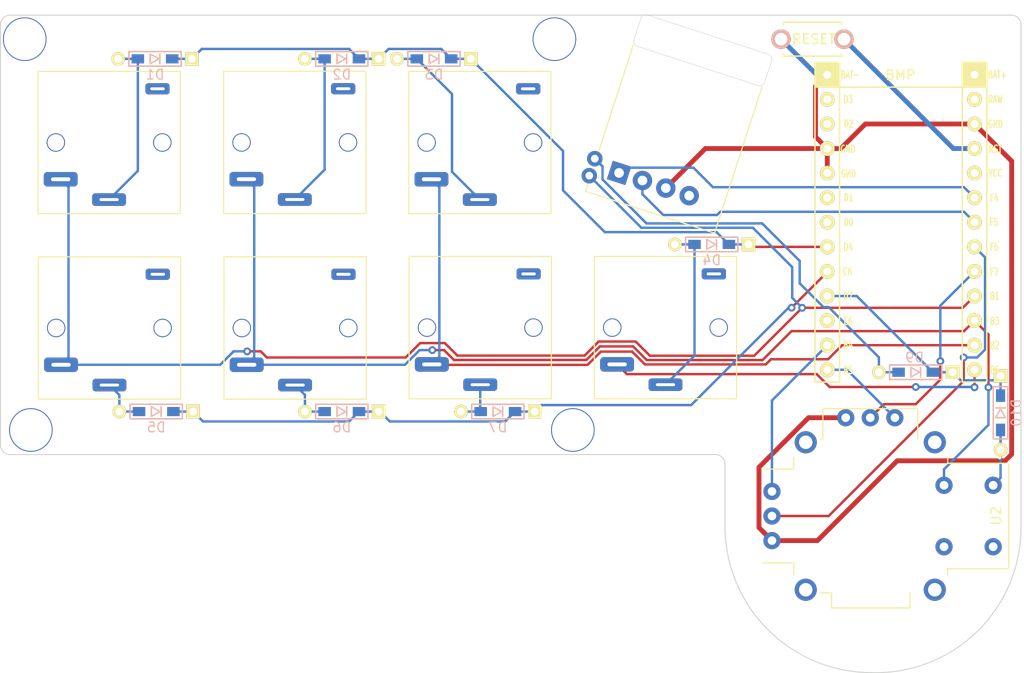
<source format=kicad_pcb>
(kicad_pcb (version 20240108) (generator "pcbnew") (generator_version "8.0")
  (layers (0 "F.Cu" signal) (31 "B.Cu" signal) (34 "B.Paste" user) (35 "F.Paste" user) (36 "B.SilkS" user "B.Silkscreen") (37 "F.SilkS" user "F.Silkscreen") (38 "B.Mask" user) (39 "F.Mask" user) (44 "Edge.Cuts" user))
  (net 0 "")
  (net 1 "Row0")
  (net 2 "Net-(D1-A)")
  (net 3 "Net-(D2-A)")
  (net 4 "Net-(D3-A)")
  (net 5 "Net-(D4-A)")
  (net 6 "Net-(D5-A)")
  (net 7 "Row1")
  (net 8 "Net-(D6-A)")
  (net 9 "Net-(D7-A)")
  (net 11 "Net-(D9-A)")
  (net 12 "Row2")
  (net 13 "Net-(D10-A)")
  (net 14 "GND")
  (net 15 "Col0")
  (net 16 "Col1")
  (net 17 "Col2")
  (net 18 "Col3")
  (net 19 "RE_A")
  (net 20 "RE_B")
  (net 22 "RE_H+")
  (net 24 "RE_V+")
  (net 25 "Reset")
  (net 30 "VCC")
  (net 31 "RE_V")
  (net 32 "RE_H")
  (footprint "kbd_SW:Choc_v1_v2" (layer "F.Cu") (at 80.613 73.152)
    (property "Reference" "SW2" (hide yes))
    (property "Value" "SW_Push" (hide yes))
    (pad "" np_thru_hole circle (at -5.5 0) (size 1.9 1.9) (drill 1.7) (layers "*.Cu" "*.Mask"))
    (pad "" np_thru_hole circle (at 0 0 90) (size 5 5) (drill 5) (layers "*.Cu" "*.Mask"))
    (pad "" thru_hole roundrect (at 5 -5.55) (size 2.5 1.15) (drill oval 1.5 0.3) (layers "*.Cu" "*.Mask"))
    (pad "" np_thru_hole circle (at 5.22 -4.2) (size 1 1) (drill 1) (layers "*.Cu" "*.Mask"))
    (pad "" np_thru_hole circle (at 5.5 0) (size 1.9 1.9) (drill 1.7) (layers "*.Cu" "*.Mask"))
    (pad "1" thru_hole roundrect (at -5 3.8) (size 3.5 1.5) (drill oval 2 0.4) (layers "*.Cu" "*.Mask") (net 16 "Col1"))
    (pad "2" thru_hole roundrect (at 0 5.9) (size 3.5 1.3) (drill oval 2 0.3) (layers "*.Cu" "*.Mask") (net 3 "Net-(D2-A)"))
  )
  (footprint "kbd_Parts:Diode_TH_SMD" (layer "F.Cu") (at 101.6 100.965 180)
    (property "Reference" "D7" (at 0 -1.63 0) (layer "B.SilkS") (effects (font (thickness 0.125)) (justify mirror)))
    (property "Value" "D" (hide yes))
    (pad "1" thru_hole rect (at -3.81 0 180) (size 1.397 1.397) (drill 0.8128) (layers "*.Cu" "*.Mask" "F.SilkS") (net 7 "Row1"))
    (pad "1" smd rect (at -1.775 0 180) (size 1.3 0.95) (layers "B.Cu" "B.Paste" "B.Mask") (net 7 "Row1"))
    (pad "2" smd rect (at 1.775 0 180) (size 1.3 0.95) (layers "B.Cu" "B.Paste" "B.Mask") (net 9 "Net-(D7-A)"))
    (pad "2" thru_hole circle (at 3.81 0 180) (size 1.397 1.397) (drill 0.8128) (layers "*.Cu" "*.Mask" "F.SilkS") (net 9 "Net-(D7-A)"))
  )
  (footprint "kbd_Parts:Diode_TH_SMD" (layer "F.Cu") (at 85.474 100.965 180)
    (property "Reference" "D6" (at 0 -1.63 0) (layer "B.SilkS") (effects (font (thickness 0.125)) (justify mirror)))
    (property "Value" "D" (hide yes))
    (pad "1" thru_hole rect (at -3.81 0 180) (size 1.397 1.397) (drill 0.8128) (layers "*.Cu" "*.Mask" "F.SilkS") (net 7 "Row1"))
    (pad "1" smd rect (at -1.775 0 180) (size 1.3 0.95) (layers "B.Cu" "B.Paste" "B.Mask") (net 7 "Row1"))
    (pad "2" smd rect (at 1.775 0 180) (size 1.3 0.95) (layers "B.Cu" "B.Paste" "B.Mask") (net 8 "Net-(D6-A)"))
    (pad "2" thru_hole circle (at 3.81 0 180) (size 1.397 1.397) (drill 0.8128) (layers "*.Cu" "*.Mask" "F.SilkS") (net 8 "Net-(D6-A)"))
  )
  (footprint "kbd_SW:Choc_v1_v2" (layer "F.Cu") (at 118.919 92.2882)
    (property "Reference" "SW4" (hide yes))
    (property "Value" "SW_Push" (hide yes))
    (pad "" np_thru_hole circle (at -5.5 0) (size 1.9 1.9) (drill 1.7) (layers "*.Cu" "*.Mask"))
    (pad "" np_thru_hole circle (at 0 0 90) (size 5 5) (drill 5) (layers "*.Cu" "*.Mask"))
    (pad "" thru_hole roundrect (at 5 -5.55) (size 2.5 1.15) (drill oval 1.5 0.3) (layers "*.Cu" "*.Mask"))
    (pad "" np_thru_hole circle (at 5.22 -4.2) (size 1 1) (drill 1) (layers "*.Cu" "*.Mask"))
    (pad "" np_thru_hole circle (at 5.5 0) (size 1.9 1.9) (drill 1.7) (layers "*.Cu" "*.Mask"))
    (pad "1" thru_hole roundrect (at -5 3.8) (size 3.5 1.5) (drill oval 2 0.4) (layers "*.Cu" "*.Mask") (net 18 "Col3"))
    (pad "2" thru_hole roundrect (at 0 5.9) (size 3.5 1.3) (drill oval 2 0.3) (layers "*.Cu" "*.Mask") (net 5 "Net-(D4-A)"))
  )
  (footprint "kbd_kicad_footprints-main:EVQWGD001" (layer "F.Cu") (at 122.682 72.644 72)
    (property "Reference" "SW9" (hide yes))
    (property "Value" "RotaryEncoder_Switch")
    (fp_line (start 6.9 -9.275) (end 6.9 3.875) (stroke (width 0.05)) (layer "Edge.Cuts"))
    (fp_line (start 9.775 -9.8) (end 7.425 -9.8) (stroke (width 0.05)) (layer "Edge.Cuts"))
    (fp_line (start 7.425 4.399999) (end 9.775 4.4) (stroke (width 0.05)) (layer "Edge.Cuts"))
    (fp_line (start 10.3 3.875) (end 10.299999 -9.275) (stroke (width 0.05)) (layer "Edge.Cuts"))
    (fp_arc (start 6.9 -9.275) (mid 7.053769 -9.646231) (end 7.425 -9.8) (stroke (width 0.05)) (layer "Edge.Cuts"))
    (fp_arc (start 9.775 -9.8) (mid 10.146232 -9.646231) (end 10.299999 -9.275) (stroke (width 0.05)) (layer "Edge.Cuts"))
    (fp_arc (start 7.425 4.399999) (mid 7.053769 4.246231) (end 6.9 3.875) (stroke (width 0.05)) (layer "Edge.Cuts"))
    (fp_arc (start 10.3 3.875) (mid 10.146231 4.24623) (end 9.775 4.4) (stroke (width 0.05)) (layer "Edge.Cuts"))
    (pad "" np_thru_hole circle (at -6.124999 3.1 72) (size 1.7 1.7) (drill 1.7) (layers "*.Cu" "*.Mask"))
    (pad "A" thru_hole rect (at -6.125 -7.01 72) (size 2 2) (drill 1) (layers "*.Cu" "*.Mask") (net 19 "RE_A"))
    (pad "B" thru_hole circle (at -6.125 -4.47 72) (size 2 2) (drill 1) (layers "*.Cu" "*.Mask") (net 20 "RE_B"))
    (pad "C" thru_hole circle (at -6.125 -1.93 72) (size 2 2) (drill 1) (layers "*.Cu" "*.Mask") (net 14 "GND"))
    (pad "D" thru_hole circle (at -6.125001 0.61 72) (size 2 2) (drill 1) (layers "*.Cu" "*.Mask"))
    (pad "S1" thru_hole circle (at -7.35 -9.85 72) (size 1.6 1.6) (drill 0.8) (layers "*.Cu" "*.Mask") (net 15 "Col0"))
    (pad "S2" thru_hole circle (at -5.5 -9.85 72) (size 1.6 1.6) (drill 0.8) (layers "*.Cu" "*.Mask") (net 11 "Net-(D9-A)"))
  )
  (footprint "kbd_Parts:Diode_TH_SMD" (layer "F.Cu") (at 66.17 64.516 180)
    (property "Reference" "D1" (at 0 -1.63 0) (layer "B.SilkS") (effects (font (thickness 0.125)) (justify mirror)))
    (property "Value" "D" (hide yes))
    (pad "1" thru_hole rect (at -3.81 0 180) (size 1.397 1.397) (drill 0.8128) (layers "*.Cu" "*.Mask" "F.SilkS") (net 1 "Row0"))
    (pad "1" smd rect (at -1.775 0 180) (size 1.3 0.95) (layers "B.Cu" "B.Paste" "B.Mask") (net 1 "Row0"))
    (pad "2" smd rect (at 1.775 0 180) (size 1.3 0.95) (layers "B.Cu" "B.Paste" "B.Mask") (net 2 "Net-(D1-A)"))
    (pad "2" thru_hole circle (at 3.81 0 180) (size 1.397 1.397) (drill 0.8128) (layers "*.Cu" "*.Mask" "F.SilkS") (net 2 "Net-(D1-A)"))
  )
  (footprint "COM-09032 CAD 3D Model:XDCR_COM-09032" (layer "F.Cu") (at 140.081 111.76 -90)
    (property "Reference" "U2" (at -0.0254 -13.0048 90) (layer "F.SilkS"))
    (property "Value" "COM-09032")
    (pad "B1A" thru_hole circle (at -3.175 -12.7 270) (size 1.778 1.778) (drill 0.9) (layers "*.Cu" "*.Mask") (net 13 "Net-(D10-A)"))
    (pad "B1B" thru_hole circle (at 3.175 -12.7 270) (size 1.778 1.778) (drill 0.9) (layers "*.Cu" "*.Mask"))
    (pad "B2A" thru_hole circle (at -3.175 -7.62 270) (size 1.778 1.778) (drill 0.9) (layers "*.Cu" "*.Mask") (net 16 "Col1"))
    (pad "B2B" thru_hole circle (at 3.175 -7.62 270) (size 1.778 1.778) (drill 0.9) (layers "*.Cu" "*.Mask"))
    (pad "H1" thru_hole circle (at -2.54 10.16 270) (size 1.778 1.778) (drill 0.889) (layers "*.Cu" "*.Mask") (net 22 "RE_H+"))
    (pad "H2" thru_hole circle (at 0 10.16 270) (size 1.778 1.778) (drill 0.889) (layers "*.Cu" "*.Mask") (net 32 "RE_H"))
    (pad "H3" thru_hole circle (at 2.54 10.16 270) (size 1.778 1.778) (drill 0.889) (layers "*.Cu" "*.Mask") (net 14 "GND"))
    (pad "S1" thru_hole circle (at -7.62 -6.6675 270) (size 2.286 2.286) (drill 1.397) (layers "*.Cu" "*.Mask"))
    (pad "S2" thru_hole circle (at -7.62 6.6675 270) (size 2.286 2.286) (drill 1.397) (layers "*.Cu" "*.Mask"))
    (pad "S3" thru_hole circle (at 7.62 6.6675 270) (size 2.286 2.286) (drill 1.397) (layers "*.Cu" "*.Mask"))
    (pad "S4" thru_hole circle (at 7.62 -6.6675 270) (size 2.286 2.286) (drill 1.397) (layers "*.Cu" "*.Mask"))
    (pad "V1" thru_hole circle (at -10.16 -2.54 270) (size 1.778 1.778) (drill 0.889) (layers "*.Cu" "*.Mask") (net 24 "RE_V+"))
    (pad "V2" thru_hole circle (at -10.16 0 270) (size 1.778 1.778) (drill 0.889) (layers "*.Cu" "*.Mask") (net 31 "RE_V"))
    (pad "V3" thru_hole circle (at -10.16 2.54 270) (size 1.778 1.778) (drill 0.889) (layers "*.Cu" "*.Mask") (net 14 "GND"))
  )
  (footprint "kbd_Hole:m2_Spacer_Hole" (layer "F.Cu") (at 109.347 102.87)
    (property "Reference" "Ref**")
    (property "Value" "Val**")
    (pad "" np_thru_hole circle (at 0 0) (size 4.5 4.5) (drill 4.3) (layers "*.Cu" "*.Mask"))
  )
  (footprint "kbd_Parts:Diode_TH_SMD" (layer "F.Cu") (at 94.996 64.516 180)
    (property "Reference" "D3" (at 0 -1.63 0) (layer "B.SilkS") (effects (font (thickness 0.125)) (justify mirror)))
    (property "Value" "D" (hide yes))
    (pad "1" thru_hole rect (at -3.81 0 180) (size 1.397 1.397) (drill 0.8128) (layers "*.Cu" "*.Mask" "F.SilkS") (net 1 "Row0"))
    (pad "1" smd rect (at -1.775 0 180) (size 1.3 0.95) (layers "B.Cu" "B.Paste" "B.Mask") (net 1 "Row0"))
    (pad "2" smd rect (at 1.775 0 180) (size 1.3 0.95) (layers "B.Cu" "B.Paste" "B.Mask") (net 4 "Net-(D3-A)"))
    (pad "2" thru_hole circle (at 3.81 0 180) (size 1.397 1.397) (drill 0.8128) (layers "*.Cu" "*.Mask" "F.SilkS") (net 4 "Net-(D3-A)"))
  )
  (footprint "kbd_Parts:Diode_TH_SMD" (layer "F.Cu") (at 123.695 83.693 180)
    (property "Reference" "D4" (at 0 -1.63 0) (layer "B.SilkS") (effects (font (thickness 0.125)) (justify mirror)))
    (property "Value" "D" (hide yes))
    (pad "1" thru_hole rect (at -3.81 0 180) (size 1.397 1.397) (drill 0.8128) (layers "*.Cu" "*.Mask" "F.SilkS") (net 1 "Row0"))
    (pad "1" smd rect (at -1.775 0 180) (size 1.3 0.95) (layers "B.Cu" "B.Paste" "B.Mask") (net 1 "Row0"))
    (pad "2" smd rect (at 1.775 0 180) (size 1.3 0.95) (layers "B.Cu" "B.Paste" "B.Mask") (net 5 "Net-(D4-A)"))
    (pad "2" thru_hole circle (at 3.81 0 180) (size 1.397 1.397) (drill 0.8128) (layers "*.Cu" "*.Mask" "F.SilkS") (net 5 "Net-(D4-A)"))
  )
  (footprint "kbd_SW:Choc_v1_v2" (layer "F.Cu") (at 61.455 92.329)
    (property "Reference" "SW5" (hide yes))
    (property "Value" "SW_Push" (hide yes))
    (pad "" np_thru_hole circle (at -5.5 0) (size 1.9 1.9) (drill 1.7) (layers "*.Cu" "*.Mask"))
    (pad "" np_thru_hole circle (at 0 0 90) (size 5 5) (drill 5) (layers "*.Cu" "*.Mask"))
    (pad "" thru_hole roundrect (at 5 -5.55) (size 2.5 1.15) (drill oval 1.5 0.3) (layers "*.Cu" "*.Mask"))
    (pad "" np_thru_hole circle (at 5.22 -4.2) (size 1 1) (drill 1) (layers "*.Cu" "*.Mask"))
    (pad "" np_thru_hole circle (at 5.5 0) (size 1.9 1.9) (drill 1.7) (layers "*.Cu" "*.Mask"))
    (pad "1" thru_hole roundrect (at -5 3.8) (size 3.5 1.5) (drill oval 2 0.4) (layers "*.Cu" "*.Mask") (net 15 "Col0"))
    (pad "2" thru_hole roundrect (at 0 5.9) (size 3.5 1.3) (drill oval 2 0.3) (layers "*.Cu" "*.Mask") (net 6 "Net-(D5-A)"))
  )
  (footprint "kbd_Parts:Micon_BMP_7sKB" (layer "F.Cu") (at 143.1996 83.185)
    (property "Reference" "U1" (hide yes))
    (property "Value" "Micon_BLEMicroPro" (hide yes))
    (fp_text user "" (at 1.2993 -16.256 0) (layer "B.SilkS") (effects (justify mirror)))
    (fp_text user "GND" (at -5.3682 -6.7945 0) (layer "F.SilkS") (effects (font (size 0.75 0.5) (thickness 0.125))))
    (fp_text user "E6" (at -5.4072 8.4455 0) (layer "F.SilkS") (effects (font (size 0.75 0.5) (thickness 0.125))))
    (fp_text user "GND" (at -5.4317 -9.3345 0) (layer "F.SilkS") (effects (font (size 0.75 0.5) (thickness 0.125))))
    (fp_text user "RST" (at 9.8083 -9.3345 0) (layer "F.SilkS") (effects (font (size 0.75 0.5) (thickness 0.125))))
    (fp_text user "D3" (at -5.4072 -14.478 0) (layer "F.SilkS") (effects (font (size 0.75 0.5) (thickness 0.125))))
    (fp_text user "BAT-" (at -5.2072 -17.018 0) (layer "F.SilkS") (effects (font (size 0.75 0.5) (thickness 0.125))))
    (fp_text user "D4" (at -5.4072 0.8 0) (layer "F.SilkS") (effects (font (size 0.75 0.5) (thickness 0.125))))
    (fp_text user "B5" (at -5.4072 13.5255 0) (layer "F.SilkS") (effects (font (size 0.75 0.5) (thickness 0.125))))
    (fp_text user "D1" (at -5.3682 -4.318 0) (layer "F.SilkS") (effects (font (size 0.75 0.5) (thickness 0.125))))
    (fp_text user "GND" (at 9.8083 -11.938 0) (layer "F.SilkS") (effects (font (size 0.75 0.5) (thickness 0.125))))
    (fp_text user "VCC" (at 9.8083 -6.858 0) (layer "F.SilkS") (effects (font (size 0.75 0.5) (thickness 0.125))))
    (fp_text user "F4" (at 9.6928 -4.3 0) (layer "F.SilkS") (effects (font (size 0.75 0.5) (thickness 0.125))))
    (fp_text user "RAW" (at 9.8083 -14.478 0) (layer "F.SilkS") (effects (font (size 0.75 0.5) (thickness 0.125))))
    (fp_text user "F7" (at 9.6928 3.35 0) (layer "F.SilkS") (effects (font (size 0.75 0.5) (thickness 0.125))))
    (fp_text user "B3" (at 9.7428 8.4455 0) (layer "F.SilkS") (effects (font (size 0.75 0.5) (thickness 0.125))))
    (fp_text user "BMP" (at 0 -17 0) (layer "F.SilkS"))
    (fp_text user "BAT+" (at 10.0083 -17.018 0) (layer "F.SilkS") (effects (font (size 0.75 0.5) (thickness 0.125))))
    (fp_text user "D2" (at -5.3572 -11.95 0) (layer "F.SilkS") (effects (font (size 0.75 0.5) (thickness 0.125))))
    (fp_text user "B4" (at -5.4072 10.922 0) (layer "F.SilkS") (effects (font (size 0.75 0.5) (thickness 0.125))))
    (fp_text user "B6" (at 9.7428 13.5 0) (layer "F.SilkS") (effects (font (size 0.75 0.5) (thickness 0.125))))
    (fp_text user "B2" (at 9.7428 10.95 0) (layer "F.SilkS") (effects (font (size 0.75 0.5) (thickness 0.125))))
    (fp_text user "B1" (at 9.7428 5.85 0) (layer "F.SilkS") (effects (font (size 0.75 0.5) (thickness 0.125))))
    (fp_text user "" (at 0.5928 -17.25 0) (layer "F.SilkS"))
    (fp_text user "F6" (at 9.6928 0.762 0) (layer "F.SilkS") (effects (font (size 0.75 0.5) (thickness 0.125))))
    (fp_text user "D0" (at -5.3682 -1.778 0) (layer "F.SilkS") (effects (font (size 0.75 0.5) (thickness 0.125))))
    (fp_text user "C6" (at -5.4572 3.302 0) (layer "F.SilkS") (effects (font (size 0.75 0.5) (thickness 0.125))))
    (fp_text user "D7" (at -5.4072 5.85 0) (layer "F.SilkS") (effects (font (size 0.75 0.5) (thickness 0.125))))
    (fp_text user "F5" (at 9.6428 -1.778 0) (layer "F.SilkS") (effects (font (size 0.75 0.5) (thickness 0.125))))
    (pad "1" thru_hole circle (at -7.5636 -14.478) (size 1.524 1.524) (drill 0.8128) (layers "*.Cu" "*.Mask" "F.SilkS"))
    (pad "2" thru_hole circle (at -7.5636 -11.938) (size 1.524 1.524) (drill 0.8128) (layers "*.Cu" "*.Mask" "F.SilkS"))
    (pad "3" thru_hole circle (at -7.5636 -9.398) (size 1.524 1.524) (drill 0.8128) (layers "*.Cu" "*.Mask" "F.SilkS") (net 14 "GND"))
    (pad "4" thru_hole circle (at -7.5636 -6.858) (size 1.524 1.524) (drill 0.8128) (layers "*.Cu" "*.Mask" "F.SilkS") (net 14 "GND"))
    (pad "5" thru_hole circle (at -7.5636 -4.318) (size 1.524 1.524) (drill 0.8128) (layers "*.Cu" "*.Mask" "F.SilkS"))
    (pad "6" thru_hole circle (at -7.5636 -1.778) (size 1.524 1.524) (drill 0.8128) (layers "*.Cu" "*.Mask" "F.SilkS"))
    (pad "7" thru_hole circle (at -7.5636 0.762) (size 1.524 1.524) (drill 0.8128) (layers "*.Cu" "*.Mask" "F.SilkS") (net 1 "Row0"))
    (pad "8" thru_hole circle (at -7.5636 3.302) (size 1.524 1.524) (drill 0.8128) (layers "*.Cu" "*.Mask" "F.SilkS") (net 7 "Row1"))
    (pad "9" thru_hole circle (at -7.5636 5.842) (size 1.524 1.524) (drill 0.8128) (layers "*.Cu" "*.Mask" "F.SilkS") (net 12 "Row2"))
    (pad "10" thru_hole circle (at -7.5636 8.382) (size 1.524 1.524) (drill 0.8128) (layers "*.Cu" "*.Mask" "F.SilkS"))
    (pad "11" thru_hole circle (at -7.5636 10.922) (size 1.524 1.524) (drill 0.8128) (layers "*.Cu" "*.Mask" "F.SilkS") (net 22 "RE_H+"))
    (pad "12" thru_hole circle (at -7.5636 13.462) (size 1.524 1.524) (drill 0.8128) (layers "*.Cu" "*.Mask" "F.SilkS") (net 24 "RE_V+"))
    (pad "13" thru_hole circle (at 7.6564 13.462) (size 1.524 1.524) (drill 0.8128) (layers "*.Cu" "*.Mask" "F.SilkS") (net 18 "Col3"))
    (pad "14" thru_hole circle (at 7.6564 10.922) (size 1.524 1.524) (drill 0.8128) (layers "*.Cu" "*.Mask" "F.SilkS") (net 17 "Col2"))
    (pad "15" thru_hole circle (at 7.6564 8.382) (size 1.524 1.524) (drill 0.8128) (layers "*.Cu" "*.Mask" "F.SilkS") (net 16 "Col1"))
    (pad "16" thru_hole circle (at 7.6564 5.842) (size 1.524 1.524) (drill 0.8128) (layers "*.Cu" "*.Mask" "F.SilkS") (net 15 "Col0"))
    (pad "17" thru_hole circle (at 7.6564 3.302) (size 1.524 1.524) (drill 0.8128) (layers "*.Cu" "*.Mask" "F.SilkS") (net 31 "RE_V"))
    (pad "18" thru_hole circle (at 7.6564 0.762) (size 1.524 1.524) (drill 0.8128) (layers "*.Cu" "*.Mask" "F.SilkS") (net 32 "RE_H"))
    (pad "19" thru_hole circle (at 7.6564 -1.778) (size 1.524 1.524) (drill 0.8128) (layers "*.Cu" "*.Mask" "F.SilkS") (net 20 "RE_B"))
    (pad "20" thru_hole circle (at 7.6564 -4.318) (size 1.524 1.524) (drill 0.8128) (layers "*.Cu" "*.Mask" "F.SilkS") (net 19 "RE_A"))
    (pad "21" thru_hole circle (at 7.6564 -6.858) (size 1.524 1.524) (drill 0.8128) (layers "*.Cu" "*.Mask" "F.SilkS") (net 30 "VCC"))
    (pad "22" thru_hole circle (at 7.6564 -9.398) (size 1.524 1.524) (drill 0.8128) (layers "*.Cu" "*.Mask" "F.SilkS") (net 25 "Reset"))
    (pad "23" thru_hole circle (at 7.6564 -11.938) (size 1.524 1.524) (drill 0.8128) (layers "*.Cu" "*.Mask" "F.SilkS") (net 14 "GND"))
    (pad "24" thru_hole circle (at 7.6564 -14.478) (size 1.524 1.524) (drill 0.8128) (layers "*.Cu" "*.Mask" "F.SilkS"))
    (pad "25" thru_hole circle (at 7.6564 -17.018) (size 1.524 1.524) (drill 0.8128) (layers "*.Cu" "*.Mask" "F.SilkS"))
    (pad "26" thru_hole circle (at -7.5636 -17.018) (size 1.524 1.524) (drill 0.8128) (layers "*.Cu" "*.Mask" "F.SilkS") (net 14 "GND"))
  )
  (footprint "kbd_SW:Choc_v1_v2" (layer "F.Cu") (at 80.645 92.329)
    (property "Reference" "SW6" (hide yes))
    (property "Value" "SW_Push" (hide yes))
    (pad "" np_thru_hole circle (at -5.5 0) (size 1.9 1.9) (drill 1.7) (layers "*.Cu" "*.Mask"))
    (pad "" np_thru_hole circle (at 0 0 90) (size 5 5) (drill 5) (layers "*.Cu" "*.Mask"))
    (pad "" thru_hole roundrect (at 5 -5.55) (size 2.5 1.15) (drill oval 1.5 0.3) (layers "*.Cu" "*.Mask"))
    (pad "" np_thru_hole circle (at 5.22 -4.2) (size 1 1) (drill 1) (layers "*.Cu" "*.Mask"))
    (pad "" np_thru_hole circle (at 5.5 0) (size 1.9 1.9) (drill 1.7) (layers "*.Cu" "*.Mask"))
    (pad "1" thru_hole roundrect (at -5 3.8) (size 3.5 1.5) (drill oval 2 0.4) (layers "*.Cu" "*.Mask") (net 16 "Col1"))
    (pad "2" thru_hole roundrect (at 0 5.9) (size 3.5 1.3) (drill oval 2 0.3) (layers "*.Cu" "*.Mask") (net 8 "Net-(D6-A)"))
  )
  (footprint "kbd_Parts:Diode_TH_SMD" (layer "F.Cu") (at 85.471 64.516 180)
    (property "Reference" "D2" (at 0 -1.63 0) (layer "B.SilkS") (effects (font (thickness 0.125)) (justify mirror)))
    (property "Value" "D" (hide yes))
    (pad "1" thru_hole rect (at -3.81 0 180) (size 1.397 1.397) (drill 0.8128) (layers "*.Cu" "*.Mask" "F.SilkS") (net 1 "Row0"))
    (pad "1" smd rect (at -1.775 0 180) (size 1.3 0.95) (layers "B.Cu" "B.Paste" "B.Mask") (net 1 "Row0"))
    (pad "2" smd rect (at 1.775 0 180) (size 1.3 0.95) (layers "B.Cu" "B.Paste" "B.Mask") (net 3 "Net-(D2-A)"))
    (pad "2" thru_hole circle (at 3.81 0 180) (size 1.397 1.397) (drill 0.8128) (layers "*.Cu" "*.Mask" "F.SilkS") (net 3 "Net-(D2-A)"))
  )
  (footprint "kbd_SW:Choc_v1_v2" (layer "F.Cu") (at 61.424 73.161)
    (property "Reference" "SW1" (hide yes))
    (property "Value" "SW_Push" (hide yes))
    (pad "" np_thru_hole circle (at -5.5 0) (size 1.9 1.9) (drill 1.7) (layers "*.Cu" "*.Mask"))
    (pad "" np_thru_hole circle (at 0 0 90) (size 5 5) (drill 5) (layers "*.Cu" "*.Mask"))
    (pad "" thru_hole roundrect (at 5 -5.55) (size 2.5 1.15) (drill oval 1.5 0.3) (layers "*.Cu" "*.Mask"))
    (pad "" np_thru_hole circle (at 5.22 -4.2) (size 1 1) (drill 1) (layers "*.Cu" "*.Mask"))
    (pad "" np_thru_hole circle (at 5.5 0) (size 1.9 1.9) (drill 1.7) (layers "*.Cu" "*.Mask"))
    (pad "1" thru_hole roundrect (at -5 3.8) (size 3.5 1.5) (drill oval 2 0.4) (layers "*.Cu" "*.Mask") (net 15 "Col0"))
    (pad "2" thru_hole roundrect (at 0 5.9) (size 3.5 1.3) (drill oval 2 0.3) (layers "*.Cu" "*.Mask") (net 2 "Net-(D1-A)"))
  )
  (footprint "kbd_SW:Choc_v1_v2" (layer "F.Cu") (at 99.734 73.161)
    (property "Reference" "SW3" (hide yes))
    (property "Value" "SW_Push" (hide yes))
    (pad "" np_thru_hole circle (at -5.5 0) (size 1.9 1.9) (drill 1.7) (layers "*.Cu" "*.Mask"))
    (pad "" np_thru_hole circle (at 0 0 90) (size 5 5) (drill 5) (layers "*.Cu" "*.Mask"))
    (pad "" thru_hole roundrect (at 5 -5.55) (size 2.5 1.15) (drill oval 1.5 0.3) (layers "*.Cu" "*.Mask"))
    (pad "" np_thru_hole circle (at 5.22 -4.2) (size 1 1) (drill 1) (layers "*.Cu" "*.Mask"))
    (pad "" np_thru_hole circle (at 5.5 0) (size 1.9 1.9) (drill 1.7) (layers "*.Cu" "*.Mask"))
    (pad "1" thru_hole roundrect (at -5 3.8) (size 3.5 1.5) (drill oval 2 0.4) (layers "*.Cu" "*.Mask") (net 17 "Col2"))
    (pad "2" thru_hole roundrect (at 0 5.9) (size 3.5 1.3) (drill oval 2 0.3) (layers "*.Cu" "*.Mask") (net 4 "Net-(D3-A)"))
  )
  (footprint "kbd_Hole:m2_Spacer_Hole" (layer "F.Cu") (at 53.34 102.87)
    (property "Reference" "Ref**")
    (property "Value" "Val**")
    (pad "" np_thru_hole circle (at 0 0) (size 4.5 4.5) (drill 4.3) (layers "*.Cu" "*.Mask"))
  )
  (footprint "kbd_Parts:Diode_TH_SMD" (layer "F.Cu") (at 144.78 96.901 180)
    (property "Reference" "D9" (at 0.124 1.524 0) (layer "B.SilkS") (effects (font (thickness 0.125)) (justify mirror)))
    (property "Value" "D" (hide yes))
    (pad "1" thru_hole rect (at -3.81 0 180) (size 1.397 1.397) (drill 0.8128) (layers "*.Cu" "*.Mask" "F.SilkS") (net 12 "Row2"))
    (pad "1" smd rect (at -1.775 0 180) (size 1.3 0.95) (layers "B.Cu" "B.Paste" "B.Mask") (net 12 "Row2"))
    (pad "2" smd rect (at 1.775 0 180) (size 1.3 0.95) (layers "B.Cu" "B.Paste" "B.Mask") (net 11 "Net-(D9-A)"))
    (pad "2" thru_hole circle (at 3.81 0 180) (size 1.397 1.397) (drill 0.8128) (layers "*.Cu" "*.Mask" "F.SilkS") (net 11 "Net-(D9-A)"))
  )
  (footprint "kbd_SW:Choc_v1_v2" (layer "F.Cu") (at 99.775 92.291)
    (property "Reference" "SW7" (hide yes))
    (property "Value" "SW_Push" (hide yes))
    (pad "" np_thru_hole circle (at -5.5 0) (size 1.9 1.9) (drill 1.7) (layers "*.Cu" "*.Mask"))
    (pad "" np_thru_hole circle (at 0 0 90) (size 5 5) (drill 5) (layers "*.Cu" "*.Mask"))
    (pad "" thru_hole roundrect (at 5 -5.55) (size 2.5 1.15) (drill oval 1.5 0.3) (layers "*.Cu" "*.Mask"))
    (pad "" np_thru_hole circle (at 5.22 -4.2) (size 1 1) (drill 1) (layers "*.Cu" "*.Mask"))
    (pad "" np_thru_hole circle (at 5.5 0) (size 1.9 1.9) (drill 1.7) (layers "*.Cu" "*.Mask"))
    (pad "1" thru_hole roundrect (at -5 3.8) (size 3.5 1.5) (drill oval 2 0.4) (layers "*.Cu" "*.Mask") (net 17 "Col2"))
    (pad "2" thru_hole roundrect (at 0 5.9) (size 3.5 1.3) (drill oval 2 0.3) (layers "*.Cu" "*.Mask") (net 9 "Net-(D7-A)"))
  )
  (footprint "kbd_Hole:m2_Spacer_Hole" (layer "F.Cu") (at 52.705 62.484)
    (property "Reference" "Ref**")
    (property "Value" "Val**")
    (pad "" np_thru_hole circle (at 0 0) (size 4.5 4.5) (drill 4.3) (layers "*.Cu" "*.Mask"))
  )
  (footprint "kbd_Parts:Diode_TH_SMD" (layer "F.Cu") (at 66.294 100.965 180)
    (property "Reference" "D5" (at 0 -1.63 0) (layer "B.SilkS") (effects (font (thickness 0.125)) (justify mirror)))
    (property "Value" "D" (hide yes))
    (pad "1" thru_hole rect (at -3.81 0 180) (size 1.397 1.397) (drill 0.8128) (layers "*.Cu" "*.Mask" "F.SilkS") (net 7 "Row1"))
    (pad "1" smd rect (at -1.775 0 180) (size 1.3 0.95) (layers "B.Cu" "B.Paste" "B.Mask") (net 7 "Row1"))
    (pad "2" smd rect (at 1.775 0 180) (size 1.3 0.95) (layers "B.Cu" "B.Paste" "B.Mask") (net 6 "Net-(D5-A)"))
    (pad "2" thru_hole circle (at 3.81 0 180) (size 1.397 1.397) (drill 0.8128) (layers "*.Cu" "*.Mask" "F.SilkS") (net 6 "Net-(D5-A)"))
  )
  (footprint "kbd_Parts:Diode_TH_SMD" (layer "F.Cu") (at 153.543 101.092 -90)
    (property "Reference" "D10" (at 0 -1.63 90) (layer "B.SilkS") (effects (font (thickness 0.125)) (justify mirror)))
    (property "Value" "D" (hide yes))
    (pad "1" thru_hole rect (at -3.81 0 270) (size 1.397 1.397) (drill 0.8128) (layers "*.Cu" "*.Mask" "F.SilkS") (net 12 "Row2"))
    (pad "1" smd rect (at -1.775 0 270) (size 1.3 0.95) (layers "B.Cu" "B.Paste" "B.Mask") (net 12 "Row2"))
    (pad "2" smd rect (at 1.775 0 270) (size 1.3 0.95) (layers "B.Cu" "B.Paste" "B.Mask") (net 13 "Net-(D10-A)"))
    (pad "2" thru_hole circle (at 3.81 0 270) (size 1.397 1.397) (drill 0.8128) (layers "*.Cu" "*.Mask" "F.SilkS") (net 13 "Net-(D10-A)"))
  )
  (footprint "kbd_Hole:m2_Spacer_Hole" (layer "F.Cu") (at 107.442 62.484)
    (property "Reference" "Ref**")
    (property "Value" "Val**")
    (pad "" np_thru_hole circle (at 0 0) (size 4.5 4.5) (drill 4.3) (layers "*.Cu" "*.Mask"))
  )
  (footprint "kbd_Parts:ResetSW" (layer "B.Cu") (at 134.112 62.484)
    (property "Reference" "SW8" (hide yes))
    (property "Value" "SW_Push")
    (fp_text user "RESET" (at 0.127 0 0) (layer "F.SilkS"))
    (pad "1" thru_hole circle (at 3.25 0) (size 2 2) (drill 1.3) (layers "*.Cu" "*.Mask" "B.SilkS") (net 25 "Reset"))
    (pad "2" thru_hole circle (at -3.25 0) (size 2 2) (drill 1.3) (layers "*.Cu" "*.Mask" "B.SilkS") (net 14 "GND"))
  )
  (gr_arc (start 51.200001 105.41) (mid 50.492894 105.117107) (end 50.200001 104.41) (stroke (width 0.1)) (layer "Edge.Cuts"))
  (gr_arc (start 155.658327 112.953764) (mid 151.102958 123.714782) (end 140.208 127.9398) (stroke (width 0.1)) (layer "Edge.Cuts"))
  (gr_line (start 50.200001 104.41) (end 50.200001 61.000001) (stroke (width 0.1)) (layer "Edge.Cuts"))
  (gr_line (start 51.200001 60.000001) (end 154.659999 60.000001) (stroke (width 0.1)) (layer "Edge.Cuts"))
  (gr_arc (start 154.659999 60.000001) (mid 155.367106 60.292894) (end 155.659999 61.000001) (stroke (width 0.1)) (layer "Edge.Cuts"))
  (gr_arc (start 124.07 105.410001) (mid 124.777107 105.702894) (end 125.07 106.410001) (stroke (width 0.1)) (layer "Edge.Cuts"))
  (gr_line (start 124.07 105.410001) (end 51.200001 105.41) (stroke (width 0.1)) (layer "Edge.Cuts"))
  (gr_arc (start 140.208 127.9398) (mid 129.503494 123.503548) (end 125.069861 112.797958) (stroke (width 0.1)) (layer "Edge.Cuts"))
  (gr_line (start 155.659999 61.000001) (end 155.659092 112.953764) (stroke (width 0.1)) (layer "Edge.Cuts"))
  (gr_line (start 125.069861 112.797958) (end 125.07 106.410001) (stroke (width 0.1)) (layer "Edge.Cuts"))
  (gr_arc (start 50.200001 61.000001) (mid 50.492894 60.292894) (end 51.200001 60.000001) (stroke (width 0.1)) (layer "Edge.Cuts"))
  (segment (start 135.636 83.947) (end 127.759 83.947) (width 0.25) (layer "F.Cu") (net 1))
  (segment (start 127.759 83.947) (end 127.505 83.693) (width 0.25) (layer "F.Cu") (net 1))
  (segment (start 108.331 74.041) (end 98.806 64.516) (width 0.25) (layer "B.Cu") (net 1))
  (segment (start 125.47 83.693) (end 124.2 82.423) (width 0.25) (layer "B.Cu") (net 1))
  (segment (start 69.98 64.516) (end 67.945 64.516) (width 0.25) (layer "B.Cu") (net 1))
  (segment (start 96.771 64.516) (end 98.806 64.516) (width 0.25) (layer "B.Cu") (net 1))
  (segment (start 89.281 64.516) (end 90.3045 63.4925) (width 0.25) (layer "B.Cu") (net 1))
  (segment (start 87.246 64.516) (end 89.281 64.516) (width 0.25) (layer "B.Cu") (net 1))
  (segment (start 125.47 83.693) (end 127.505 83.693) (width 0.25) (layer "B.Cu") (net 1))
  (segment (start 124.2 82.423) (end 112.649 82.423) (width 0.25) (layer "B.Cu") (net 1))
  (segment (start 95.7475 63.4925) (end 96.771 64.516) (width 0.25) (layer "B.Cu") (net 1))
  (segment (start 112.649 82.423) (end 108.331 78.105) (width 0.25) (layer "B.Cu") (net 1))
  (segment (start 86.2225 63.4925) (end 87.246 64.516) (width 0.25) (layer "B.Cu") (net 1))
  (segment (start 71.0035 63.4925) (end 86.2225 63.4925) (width 0.25) (layer "B.Cu") (net 1))
  (segment (start 69.98 64.516) (end 71.0035 63.4925) (width 0.25) (layer "B.Cu") (net 1))
  (segment (start 108.331 78.105) (end 108.331 74.041) (width 0.25) (layer "B.Cu") (net 1))
  (segment (start 90.3045 63.4925) (end 95.7475 63.4925) (width 0.25) (layer "B.Cu") (net 1))
  (segment (start 64.395 76.09) (end 61.424 79.061) (width 0.25) (layer "B.Cu") (net 2))
  (segment (start 64.395 64.516) (end 62.36 64.516) (width 0.25) (layer "B.Cu") (net 2))
  (segment (start 64.395 64.516) (end 64.395 76.09) (width 0.25) (layer "B.Cu") (net 2))
  (segment (start 81.661 64.516) (end 83.696 64.516) (width 0.25) (layer "B.Cu") (net 3))
  (segment (start 83.696 75.969) (end 80.613 79.052) (width 0.25) (layer "B.Cu") (net 3))
  (segment (start 83.696 64.516) (end 83.696 75.969) (width 0.25) (layer "B.Cu") (net 3))
  (segment (start 96.859 76.186) (end 99.734 79.061) (width 0.25) (layer "B.Cu") (net 4))
  (segment (start 93.221 64.516) (end 96.859 68.154) (width 0.25) (layer "B.Cu") (net 4))
  (segment (start 91.186 64.516) (end 93.221 64.516) (width 0.25) (layer "B.Cu") (net 4))
  (segment (start 96.859 68.154) (end 96.859 76.186) (width 0.25) (layer "B.Cu") (net 4))
  (segment (start 119.885 83.693) (end 121.92 83.693) (width 0.25) (layer "B.Cu") (net 5))
  (segment (start 121.92 95.1872) (end 121.794 95.3132) (width 0.25) (layer "B.Cu") (net 5))
  (segment (start 121.92 83.693) (end 121.92 95.1872) (width 0.25) (layer "B.Cu") (net 5))
  (segment (start 121.794 95.3132) (end 118.919 98.1882) (width 0.25) (layer "B.Cu") (net 5))
  (segment (start 61.455 98.229) (end 62.484 99.258) (width 0.25) (layer "B.Cu") (net 6))
  (segment (start 62.484 99.258) (end 62.484 100.965) (width 0.25) (layer "B.Cu") (net 6))
  (segment (start 64.519 100.965) (end 62.484 100.965) (width 0.25) (layer "B.Cu") (net 6))
  (segment (start 62.23 100.838) (end 62.36 100.838) (width 0.25) (layer "B.Cu") (net 6))
  (segment (start 131.953 90.2335) (end 135.6995 86.487) (width 0.25) (layer "F.Cu") (net 7))
  (via (at 131.953 90.2335) (size 0.8) (drill 0.4) (layers "F.Cu" "B.Cu") (net 7))
  (segment (start 105.41 100.965) (end 106.08 100.295) (width 0.25) (layer "B.Cu") (net 7))
  (segment (start 106.08 100.295) (end 121.574 100.295) (width 0.25) (layer "B.Cu") (net 7))
  (segment (start 90.4315 101.9885) (end 102.3515 101.9885) (width 0.25) (layer "B.Cu") (net 7))
  (segment (start 70.104 100.965) (end 71.1275 101.9885) (width 0.25) (layer "B.Cu") (net 7))
  (segment (start 71.1275 101.9885) (end 86.2255 101.9885) (width 0.25) (layer "B.Cu") (net 7))
  (segment (start 131.6355 90.2335) (end 122.6185 99.2505) (width 0.25) (layer "B.Cu") (net 7))
  (segment (start 68.069 100.965) (end 70.104 100.965) (width 0.25) (layer "B.Cu") (net 7))
  (segment (start 102.3515 101.9885) (end 103.375 100.965) (width 0.25) (layer "B.Cu") (net 7))
  (segment (start 103.375 100.965) (end 105.41 100.965) (width 0.25) (layer "B.Cu") (net 7))
  (segment (start 86.2255 101.9885) (end 87.249 100.965) (width 0.25) (layer "B.Cu") (net 7))
  (segment (start 131.8895 90.2335) (end 131.6355 90.2335) (width 0.25) (layer "B.Cu") (net 7))
  (segment (start 89.284 100.965) (end 87.249 100.965) (width 0.25) (layer "B.Cu") (net 7))
  (segment (start 121.574 100.295) (end 122.6185 99.2505) (width 0.25) (layer "B.Cu") (net 7))
  (segment (start 89.284 100.965) (end 89.408 100.965) (width 0.25) (layer "B.Cu") (net 7))
  (segment (start 89.408 100.965) (end 90.4315 101.9885) (width 0.25) (layer "B.Cu") (net 7))
  (segment (start 80.645 98.229) (end 81.664 99.248) (width 0.25) (layer "B.Cu") (net 8))
  (segment (start 81.664 99.248) (end 81.664 100.965) (width 0.25) (layer "B.Cu") (net 8))
  (segment (start 81.664 100.965) (end 83.699 100.965) (width 0.25) (layer "B.Cu") (net 8))
  (segment (start 99.775 100.915) (end 99.825 100.965) (width 0.25) (layer "B.Cu") (net 9))
  (segment (start 99.775 98.191) (end 99.775 100.915) (width 0.25) (layer "B.Cu") (net 9))
  (segment (start 97.79 100.965) (end 99.825 100.965) (width 0.25) (layer "B.Cu") (net 9))
  (segment (start 135.776251 90.17) (end 135.241749 90.17) (width 0.25) (layer "B.Cu") (net 11))
  (segment (start 140.97 95.363749) (end 135.776251 90.17) (width 0.25) (layer "B.Cu") (net 11))
  (segment (start 112.414499 76.981499) (end 112.414499 75.630992) (width 0.25) (layer "B.Cu") (net 11))
  (segment (start 128.911218 81.523) (end 116.956 81.523) (width 0.25) (layer "B.Cu") (net 11))
  (segment (start 116.956 81.523) (end 112.414499 76.981499) (width 0.25) (layer "B.Cu") (net 11))
  (segment (start 132.787109 87.71536) (end 132.787109 85.398891) (width 0.25) (layer "B.Cu") (net 11))
  (segment (start 140.97 96.901) (end 140.97 95.363749) (width 0.25) (layer "B.Cu") (net 11))
  (segment (start 135.241749 90.17) (end 132.787109 87.71536) (width 0.25) (layer "B.Cu") (net 11))
  (segment (start 143.005 96.901) (end 140.97 96.901) (width 0.25) (layer "B.Cu") (net 11))
  (segment (start 132.787109 85.398891) (end 128.911218 81.523) (width 0.25) (layer "B.Cu") (net 11))
  (segment (start 112.414499 75.630992) (end 111.6145 74.830993) (width 0.25) (layer "B.Cu") (net 11))
  (segment (start 135.001 89.027) (end 135.529 89.027) (width 0.25) (layer "F.Cu") (net 12))
  (segment (start 149.423 97.734) (end 153.091 97.734) (width 0.25) (layer "B.Cu") (net 12))
  (segment (start 148.59 96.901) (end 149.423 97.734) (width 0.25) (layer "B.Cu") (net 12))
  (segment (start 135.092745 89.21) (end 136.073 89.21) (width 0.25) (layer "B.Cu") (net 12))
  (segment (start 153.543 97.282) (end 153.543 99.317) (width 0.25) (layer "B.Cu") (net 12))
  (segment (start 138.681 89.027) (end 146.555 96.901) (width 0.25) (layer "B.Cu") (net 12))
  (segment (start 135.636 89.027) (end 138.681 89.027) (width 0.25) (layer "B.Cu") (net 12))
  (segment (start 153.091 97.734) (end 153.543 97.282) (width 0.25) (layer "B.Cu") (net 12))
  (segment (start 146.555 96.901) (end 148.59 96.901) (width 0.25) (layer "B.Cu") (net 12))
  (segment (start 153.543 102.867) (end 153.543 104.902) (width 0.25) (layer "B.Cu") (net 13))
  (segment (start 153.543 104.902) (end 153.543 107.823) (width 0.25) (layer "B.Cu") (net 13))
  (segment (start 153.543 107.823) (end 152.781 108.585) (width 0.25) (layer "B.Cu") (net 13))
  (segment (start 135.636 73.787) (end 135.636 76.327) (width 0.5) (layer "F.Cu") (net 14))
  (segment (start 137.033 73.787) (end 139.573 71.247) (width 0.5) (layer "F.Cu") (net 14))
  (segment (start 134.62 114.3) (end 129.921 114.3) (width 0.5) (layer "F.Cu") (net 14))
  (segment (start 135.636 73.787) (end 137.033 73.787) (width 0.5) (layer "F.Cu") (net 14))
  (segment (start 142.8695 106.0505) (end 134.62 114.3) (width 0.5) (layer "F.Cu") (net 14))
  (segment (start 128.582 112.961) (end 128.582 106.718657) (width 0.5) (layer "F.Cu") (net 14))
  (segment (start 154.6915 105.377725) (end 154.018725 106.0505) (width 0.5) (layer "F.Cu") (net 14))
  (segment (start 135.636 66.167) (end 134.424 67.379) (width 0.5) (layer "F.Cu") (net 14))
  (segment (start 154.6915 75.0825) (end 154.6915 105.377725) (width 0.5) (layer "F.Cu") (net 14))
  (segment (start 133.700657 101.6) (end 137.541 101.6) (width 0.5) (layer "F.Cu") (net 14))
  (segment (start 123.03955 73.787) (end 135.636 73.787) (width 0.5) (layer "F.Cu") (net 14))
  (segment (start 134.424 72.575) (end 135.636 73.787) (width 0.5) (layer "F.Cu") (net 14))
  (segment (start 118.953732 77.872818) (end 123.03955 73.787) (width 0.5) (layer "F.Cu") (net 14))
  (segment (start 128.582 106.718657) (end 133.700657 101.6) (width 0.5) (layer "F.Cu") (net 14))
  (segment (start 150.856 71.247) (end 154.6915 75.0825) (width 0.5) (layer "F.Cu") (net 14))
  (segment (start 129.921 114.3) (end 128.582 112.961) (width 0.5) (layer "F.Cu") (net 14))
  (segment (start 139.573 71.247) (end 150.856 71.247) (width 0.5) (layer "F.Cu") (net 14))
  (segment (start 134.424 67.379) (end 134.424 72.575) (width 0.5) (layer "F.Cu") (net 14))
  (segment (start 154.018725 106.0505) (end 142.8695 106.0505) (width 0.5) (layer "F.Cu") (net 14))
  (segment (start 134.545 66.167) (end 135.636 66.167) (width 0.5) (layer "B.Cu") (net 14))
  (segment (start 130.862 62.484) (end 134.545 66.167) (width 0.5) (layer "B.Cu") (net 14))
  (segment (start 117.303219 95.194219) (end 128.091781 95.194219) (width 0.25) (layer "F.Cu") (net 15))
  (segment (start 77.089 94.742) (end 77.724 95.377) (width 0.25) (layer "F.Cu") (net 15))
  (segment (start 128.091781 95.194219) (end 133.0425 90.2435) (width 0.25) (layer "F.Cu") (net 15))
  (segment (start 149.6395 90.2435) (end 150.856 89.027) (width 0.25) (layer "F.Cu") (net 15))
  (segment (start 112.012604 93.726) (end 115.835 93.726) (width 0.25) (layer "F.Cu") (net 15))
  (segment (start 97.409 95.181) (end 110.557604 95.181) (width 0.25) (layer "F.Cu") (net 15))
  (segment (start 115.835 93.726) (end 117.303219 95.194219) (width 0.25) (layer "F.Cu") (net 15))
  (segment (start 110.557604 95.181) (end 112.012604 93.726) (width 0.25) (layer "F.Cu") (net 15))
  (segment (start 96.118 93.89) (end 97.409 95.181) (width 0.25) (layer "F.Cu") (net 15))
  (segment (start 92.075 95.377) (end 93.562 93.89) (width 0.25) (layer "F.Cu") (net 15))
  (segment (start 77.724 95.377) (end 92.075 95.377) (width 0.25) (layer "F.Cu") (net 15))
  (segment (start 133.0425 90.2435) (end 149.6395 90.2435) (width 0.25) (layer "F.Cu") (net 15))
  (segment (start 75.692 94.742) (end 77.089 94.742) (width 0.25) (layer "F.Cu") (net 15))
  (segment (start 93.562 93.89) (end 96.118 93.89) (width 0.25) (layer "F.Cu") (net 15))
  (via (at 133.0425 90.2435) (size 0.8) (drill 0.4) (layers "F.Cu" "B.Cu") (net 15))
  (via (at 75.692 94.742) (size 0.8) (drill 0.4) (layers "F.Cu" "B.Cu") (net 15))
  (segment (start 127.947 81.973) (end 130.2385 84.2645) (width 0.25) (layer "B.Cu") (net 15))
  (segment (start 132.0165 89.2175) (end 133.0425 90.2435) (width 0.25) (layer "B.Cu") (net 15))
  (segment (start 57.23 95.354) (end 56.455 96.129) (width 0.25) (layer "B.Cu") (net 15))
  (segment (start 57.23 77.767) (end 57.23 95.354) (width 0.25) (layer "B.Cu") (net 15))
  (segment (start 111.042818 76.590448) (end 116.42537 81.973) (width 0.25) (layer "B.Cu") (net 15))
  (segment (start 56.424 76.961) (end 57.23 77.767) (width 0.25) (layer "B.Cu") (net 15))
  (segment (start 74.29205 94.742) (end 75.692 94.742) (width 0.25) (layer "B.Cu") (net 15))
  (segment (start 130.2385 84.2645) (end 132.0165 86.0425) (width 0.25) (layer "B.Cu") (net 15))
  (segment (start 72.90505 96.129) (end 74.29205 94.742) (width 0.25) (layer "B.Cu") (net 15))
  (segment (start 56.455 96.129) (end 72.90505 96.129) (width 0.25) (layer "B.Cu") (net 15))
  (segment (start 116.42537 81.973) (end 127.947 81.973) (width 0.25) (layer "B.Cu") (net 15))
  (segment (start 132.0165 86.0425) (end 132.0165 89.2175) (width 0.25) (layer "B.Cu") (net 15))
  (segment (start 128.949781 95.644219) (end 131.94 92.654) (width 0.25) (layer "F.Cu") (net 16))
  (segment (start 96.03895 94.615) (end 97.05495 95.631) (width 0.25) (layer "F.Cu") (net 16))
  (segment (start 94.825 94.615) (end 96.03895 94.615) (width 0.25) (layer "F.Cu") (net 16))
  (segment (start 149.769 92.654) (end 150.856 91.567) (width 0.25) (layer "F.Cu") (net 16))
  (segment (start 110.744 95.631) (end 112.141 94.234) (width 0.25) (layer "F.Cu") (net 16))
  (segment (start 112.141 94.234) (end 115.571396 94.234) (width 0.25) (layer "F.Cu") (net 16))
  (segment (start 152.293012 98.459) (end 152.293012 93.004012) (width 0.25) (layer "F.Cu") (net 16))
  (segment (start 131.94 92.654) (end 149.769 92.654) (width 0.25) (layer "F.Cu") (net 16))
  (segment (start 97.05495 95.631) (end 110.744 95.631) (width 0.25) (layer "F.Cu") (net 16))
  (segment (start 152.293012 93.004012) (end 150.856 91.567) (width 0.25) (layer "F.Cu") (net 16))
  (segment (start 115.571396 94.234) (end 116.981615 95.644219) (width 0.25) (layer "F.Cu") (net 16))
  (segment (start 116.981615 95.644219) (end 128.949781 95.644219) (width 0.25) (layer "F.Cu") (net 16))
  (via (at 94.825 94.615) (size 0.8) (drill 0.4) (layers "F.Cu" "B.Cu") (net 16))
  (via (at 152.293012 98.459) (size 0.8) (drill 0.4) (layers "F.Cu" "B.Cu") (net 16))
  (segment (start 75.645 96.129) (end 91.99705 96.129) (width 0.25) (layer "B.Cu") (net 16))
  (segment (start 152.293012 102.341988) (end 152.293012 98.459) (width 0.25) (layer "B.Cu") (net 16))
  (segment (start 147.701 106.934) (end 152.293012 102.341988) (width 0.25) (layer "B.Cu") (net 16))
  (segment (start 76.42 95.354) (end 75.645 96.129) (width 0.25) (layer "B.Cu") (net 16))
  (segment (start 91.99705 96.129) (end 93.51105 94.615) (width 0.25) (layer "B.Cu") (net 16))
  (segment (start 93.51105 94.615) (end 94.825 94.615) (width 0.25) (layer "B.Cu") (net 16))
  (segment (start 147.701 108.585) (end 147.701 106.934) (width 0.25) (layer "B.Cu") (net 16))
  (segment (start 75.613 76.952) (end 76.42 77.759) (width 0.25) (layer "B.Cu") (net 16))
  (segment (start 76.42 77.759) (end 76.42 95.354) (width 0.25) (layer "B.Cu") (net 16))
  (segment (start 110.872396 96.139) (end 94.823 96.139) (width 0.25) (layer "F.Cu") (net 17))
  (segment (start 135.720251 95.56) (end 129.820219 95.56) (width 0.25) (layer "F.Cu") (net 17))
  (segment (start 137.173251 94.107) (end 135.720251 95.56) (width 0.25) (layer "F.Cu") (net 17))
  (segment (start 129.820219 95.56) (end 129.286 96.094219) (width 0.25) (layer "F.Cu") (net 17))
  (segment (start 115.470219 94.769219) (end 112.242177 94.769219) (width 0.25) (layer "F.Cu") (net 17))
  (segment (start 112.242177 94.769219) (end 110.872396 96.139) (width 0.25) (layer "F.Cu") (net 17))
  (segment (start 150.856 94.107) (end 137.173251 94.107) (width 0.25) (layer "F.Cu") (net 17))
  (segment (start 129.286 96.094219) (end 116.795219 96.094219) (width 0.25) (layer "F.Cu") (net 17))
  (segment (start 94.823 96.139) (end 94.775 96.091) (width 0.25) (layer "F.Cu") (net 17))
  (segment (start 116.795219 96.094219) (end 115.470219 94.769219) (width 0.25) (layer "F.Cu") (net 17))
  (segment (start 95.55 95.316) (end 94.775 96.091) (width 0.25) (layer "B.Cu") (net 17))
  (segment (start 94.734 76.961) (end 95.55 77.777) (width 0.25) (layer "B.Cu") (net 17))
  (segment (start 95.55 77.777) (end 95.55 95.316) (width 0.25) (layer "B.Cu") (net 17))
  (segment (start 135.876749 98.425) (end 144.78 98.425) (width 0.25) (layer "F.Cu") (net 18))
  (segment (start 113.919 96.0882) (end 114.928051 97.097251) (width 0.25) (layer "F.Cu") (net 18))
  (segment (start 114.928051 97.097251) (end 134.549 97.097251) (width 0.25) (layer "F.Cu") (net 18))
  (segment (start 134.549 97.097251) (end 135.876749 98.425) (width 0.25) (layer "F.Cu") (net 18))
  (segment (start 150.856 98.459) (end 150.856 96.647) (width 0.25) (layer "F.Cu") (net 18))
  (via (at 144.78 98.425) (size 0.8) (drill 0.4) (layers "F.Cu" "B.Cu") (net 18))
  (via (at 150.856 98.459) (size 0.8) (drill 0.4) (layers "F.Cu" "B.Cu") (net 18))
  (segment (start 150.822 98.425) (end 144.78 98.425) (width 0.25) (layer "B.Cu") (net 18))
  (segment (start 150.856 98.459) (end 150.822 98.425) (width 0.25) (layer "B.Cu") (net 18))
  (segment (start 123.822784 77.78) (end 121.805699 75.762915) (width 0.25) (layer "B.Cu") (net 19))
  (segment (start 149.769 77.78) (end 123.822784 77.78) (width 0.25) (layer "B.Cu") (net 19))
  (segment (start 121.805699 75.762915) (end 114.662462 75.762915) (width 0.25) (layer "B.Cu") (net 19))
  (segment (start 114.662462 75.762915) (end 114.122365 76.303012) (width 0.25) (layer "B.Cu") (net 19))
  (segment (start 150.856 78.867) (end 149.769 77.78) (width 0.25) (layer "B.Cu") (net 19))
  (segment (start 124.577131 80.32) (end 124.244958 80.652173) (width 0.25) (layer "B.Cu") (net 20))
  (segment (start 118.688093 80.652173) (end 118.01446 79.97854) (width 0.25) (layer "B.Cu") (net 20))
  (segment (start 116.538048 77.087915) (end 116.538048 78.502128) (width 0.25) (layer "B.Cu") (net 20))
  (segment (start 124.244958 80.652173) (end 118.688093 80.652173) (width 0.25) (layer "B.Cu") (net 20))
  (segment (start 116.538048 78.502128) (end 118.01446 79.97854) (width 0.25) (layer "B.Cu") (net 20))
  (segment (start 149.769 80.32) (end 124.577131 80.32) (width 0.25) (layer "B.Cu") (net 20))
  (segment (start 150.856 81.407) (end 149.769 80.32) (width 0.25) (layer "B.Cu") (net 20))
  (segment (start 129.921 99.822) (end 129.921 109.22) (width 0.25) (layer "B.Cu") (net 22))
  (segment (start 135.636 94.107) (end 129.921 99.822) (width 0.25) (layer "B.Cu") (net 22))
  (segment (start 137.668 96.647) (end 142.621 101.6) (width 0.25) (layer "B.Cu") (net 24))
  (segment (start 135.636 96.647) (end 137.668 96.647) (width 0.25) (layer "B.Cu") (net 24))
  (segment (start 137.362 62.484) (end 148.665 73.787) (width 0.5) (layer "B.Cu") (net 25))
  (segment (start 148.665 73.787) (end 150.856 73.787) (width 0.5) (layer "B.Cu") (net 25))
  (segment (start 144.78 100.203) (end 141.478 100.203) (width 0.25) (layer "F.Cu") (net 31))
  (segment (start 141.478 100.203) (end 140.081 101.6) (width 0.25) (layer "F.Cu") (net 31))
  (segment (start 147.32 97.663) (end 144.78 100.203) (width 0.25) (layer "F.Cu") (net 31))
  (segment (start 147.32 95.758) (end 147.32 97.663) (width 0.25) (layer "F.Cu") (net 31))
  (via (at 147.32 95.758) (size 0.8) (drill 0.4) (layers "F.Cu" "B.Cu") (net 31))
  (segment (start 150.856 86.487) (end 147.32 90.023) (width 0.25) (layer "B.Cu") (net 31))
  (segment (start 147.32 90.023) (end 147.32 95.758) (width 0.25) (layer "B.Cu") (net 31))
  (segment (start 135.778 111.76) (end 149.733 97.805) (width 0.25) (layer "F.Cu") (net 32))
  (segment (start 129.921 111.76) (end 135.778 111.76) (width 0.25) (layer "F.Cu") (net 32))
  (segment (start 149.733 97.805) (end 149.733 95.377) (width 0.25) (layer "F.Cu") (net 32))
  (via (at 149.733 95.377) (size 0.8) (drill 0.4) (layers "F.Cu" "B.Cu") (net 32))
  (segment (start 151.943 94.557251) (end 151.943 85.034) (width 0.25) (layer "B.Cu") (net 32))
  (segment (start 151.943 85.034) (end 150.856 83.947) (width 0.25) (layer "B.Cu") (net 32))
  (segment (start 149.733 95.377) (end 151.123251 95.377) (width 0.25) (layer "B.Cu") (net 32))
  (segment (start 151.123251 95.377) (end 151.943 94.557251) (width 0.25) (layer "B.Cu") (net 32))
)
</source>
